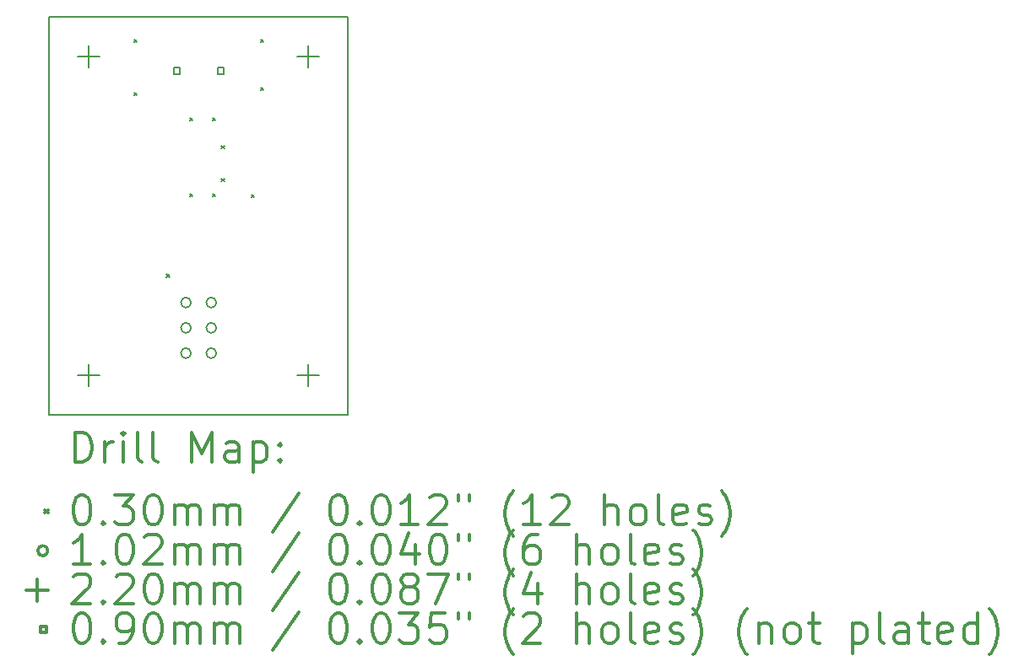
<source format=gbr>
%FSLAX45Y45*%
G04 Gerber Fmt 4.5, Leading zero omitted, Abs format (unit mm)*
G04 Created by KiCad (PCBNEW 4.0.6) date Sunday, July 09, 2017 'PMt' 08:53:30 PM*
%MOMM*%
%LPD*%
G01*
G04 APERTURE LIST*
%ADD10C,0.127000*%
%ADD11C,0.150000*%
%ADD12C,0.200000*%
%ADD13C,0.300000*%
G04 APERTURE END LIST*
D10*
D11*
X10575500Y-7796000D02*
X10575500Y-3796000D01*
X7575500Y-7796000D02*
X10575500Y-7796000D01*
X7575500Y-3796000D02*
X7575500Y-7796000D01*
X10575500Y-3796000D02*
X7575500Y-3796000D01*
D12*
X8430500Y-4023600D02*
X8460500Y-4053600D01*
X8460500Y-4023600D02*
X8430500Y-4053600D01*
X8430500Y-4557000D02*
X8460500Y-4587000D01*
X8460500Y-4557000D02*
X8430500Y-4587000D01*
X8760500Y-6381000D02*
X8790500Y-6411000D01*
X8790500Y-6381000D02*
X8760500Y-6411000D01*
X8989300Y-4811000D02*
X9019300Y-4841000D01*
X9019300Y-4811000D02*
X8989300Y-4841000D01*
X8989300Y-5573000D02*
X9019300Y-5603000D01*
X9019300Y-5573000D02*
X8989300Y-5603000D01*
X9217900Y-4811000D02*
X9247900Y-4841000D01*
X9247900Y-4811000D02*
X9217900Y-4841000D01*
X9217900Y-5573000D02*
X9247900Y-5603000D01*
X9247900Y-5573000D02*
X9217900Y-5603000D01*
X9306800Y-5090400D02*
X9336800Y-5120400D01*
X9336800Y-5090400D02*
X9306800Y-5120400D01*
X9306800Y-5420600D02*
X9336800Y-5450600D01*
X9336800Y-5420600D02*
X9306800Y-5450600D01*
X9610500Y-5581000D02*
X9640500Y-5611000D01*
X9640500Y-5581000D02*
X9610500Y-5611000D01*
X9700500Y-4023600D02*
X9730500Y-4053600D01*
X9730500Y-4023600D02*
X9700500Y-4053600D01*
X9700500Y-4506200D02*
X9730500Y-4536200D01*
X9730500Y-4506200D02*
X9700500Y-4536200D01*
X9004300Y-6667500D02*
G75*
G03X9004300Y-6667500I-50800J0D01*
G01*
X9004300Y-6921500D02*
G75*
G03X9004300Y-6921500I-50800J0D01*
G01*
X9004300Y-7175500D02*
G75*
G03X9004300Y-7175500I-50800J0D01*
G01*
X9258300Y-6667500D02*
G75*
G03X9258300Y-6667500I-50800J0D01*
G01*
X9258300Y-6921500D02*
G75*
G03X9258300Y-6921500I-50800J0D01*
G01*
X9258300Y-7175500D02*
G75*
G03X9258300Y-7175500I-50800J0D01*
G01*
X7975500Y-4086000D02*
X7975500Y-4306000D01*
X7865500Y-4196000D02*
X8085500Y-4196000D01*
X7975500Y-7286000D02*
X7975500Y-7506000D01*
X7865500Y-7396000D02*
X8085500Y-7396000D01*
X10175500Y-4086000D02*
X10175500Y-4306000D01*
X10065500Y-4196000D02*
X10285500Y-4196000D01*
X10175500Y-7286000D02*
X10175500Y-7506000D01*
X10065500Y-7396000D02*
X10285500Y-7396000D01*
X8892326Y-4371380D02*
X8892326Y-4307800D01*
X8828746Y-4307800D01*
X8828746Y-4371380D01*
X8892326Y-4371380D01*
X9332254Y-4371380D02*
X9332254Y-4307800D01*
X9268674Y-4307800D01*
X9268674Y-4371380D01*
X9332254Y-4371380D01*
D13*
X7839428Y-8269214D02*
X7839428Y-7969214D01*
X7910857Y-7969214D01*
X7953714Y-7983500D01*
X7982286Y-8012071D01*
X7996571Y-8040643D01*
X8010857Y-8097786D01*
X8010857Y-8140643D01*
X7996571Y-8197786D01*
X7982286Y-8226357D01*
X7953714Y-8254929D01*
X7910857Y-8269214D01*
X7839428Y-8269214D01*
X8139428Y-8269214D02*
X8139428Y-8069214D01*
X8139428Y-8126357D02*
X8153714Y-8097786D01*
X8168000Y-8083500D01*
X8196571Y-8069214D01*
X8225143Y-8069214D01*
X8325143Y-8269214D02*
X8325143Y-8069214D01*
X8325143Y-7969214D02*
X8310857Y-7983500D01*
X8325143Y-7997786D01*
X8339428Y-7983500D01*
X8325143Y-7969214D01*
X8325143Y-7997786D01*
X8510857Y-8269214D02*
X8482286Y-8254929D01*
X8468000Y-8226357D01*
X8468000Y-7969214D01*
X8668000Y-8269214D02*
X8639429Y-8254929D01*
X8625143Y-8226357D01*
X8625143Y-7969214D01*
X9010857Y-8269214D02*
X9010857Y-7969214D01*
X9110857Y-8183500D01*
X9210857Y-7969214D01*
X9210857Y-8269214D01*
X9482286Y-8269214D02*
X9482286Y-8112071D01*
X9468000Y-8083500D01*
X9439429Y-8069214D01*
X9382286Y-8069214D01*
X9353714Y-8083500D01*
X9482286Y-8254929D02*
X9453714Y-8269214D01*
X9382286Y-8269214D01*
X9353714Y-8254929D01*
X9339429Y-8226357D01*
X9339429Y-8197786D01*
X9353714Y-8169214D01*
X9382286Y-8154929D01*
X9453714Y-8154929D01*
X9482286Y-8140643D01*
X9625143Y-8069214D02*
X9625143Y-8369214D01*
X9625143Y-8083500D02*
X9653714Y-8069214D01*
X9710857Y-8069214D01*
X9739429Y-8083500D01*
X9753714Y-8097786D01*
X9768000Y-8126357D01*
X9768000Y-8212071D01*
X9753714Y-8240643D01*
X9739429Y-8254929D01*
X9710857Y-8269214D01*
X9653714Y-8269214D01*
X9625143Y-8254929D01*
X9896571Y-8240643D02*
X9910857Y-8254929D01*
X9896571Y-8269214D01*
X9882286Y-8254929D01*
X9896571Y-8240643D01*
X9896571Y-8269214D01*
X9896571Y-8083500D02*
X9910857Y-8097786D01*
X9896571Y-8112071D01*
X9882286Y-8097786D01*
X9896571Y-8083500D01*
X9896571Y-8112071D01*
X7538000Y-8748500D02*
X7568000Y-8778500D01*
X7568000Y-8748500D02*
X7538000Y-8778500D01*
X7896571Y-8599214D02*
X7925143Y-8599214D01*
X7953714Y-8613500D01*
X7968000Y-8627786D01*
X7982286Y-8656357D01*
X7996571Y-8713500D01*
X7996571Y-8784929D01*
X7982286Y-8842072D01*
X7968000Y-8870643D01*
X7953714Y-8884929D01*
X7925143Y-8899214D01*
X7896571Y-8899214D01*
X7868000Y-8884929D01*
X7853714Y-8870643D01*
X7839428Y-8842072D01*
X7825143Y-8784929D01*
X7825143Y-8713500D01*
X7839428Y-8656357D01*
X7853714Y-8627786D01*
X7868000Y-8613500D01*
X7896571Y-8599214D01*
X8125143Y-8870643D02*
X8139428Y-8884929D01*
X8125143Y-8899214D01*
X8110857Y-8884929D01*
X8125143Y-8870643D01*
X8125143Y-8899214D01*
X8239428Y-8599214D02*
X8425143Y-8599214D01*
X8325143Y-8713500D01*
X8368000Y-8713500D01*
X8396571Y-8727786D01*
X8410857Y-8742072D01*
X8425143Y-8770643D01*
X8425143Y-8842072D01*
X8410857Y-8870643D01*
X8396571Y-8884929D01*
X8368000Y-8899214D01*
X8282286Y-8899214D01*
X8253714Y-8884929D01*
X8239428Y-8870643D01*
X8610857Y-8599214D02*
X8639429Y-8599214D01*
X8668000Y-8613500D01*
X8682286Y-8627786D01*
X8696571Y-8656357D01*
X8710857Y-8713500D01*
X8710857Y-8784929D01*
X8696571Y-8842072D01*
X8682286Y-8870643D01*
X8668000Y-8884929D01*
X8639429Y-8899214D01*
X8610857Y-8899214D01*
X8582286Y-8884929D01*
X8568000Y-8870643D01*
X8553714Y-8842072D01*
X8539429Y-8784929D01*
X8539429Y-8713500D01*
X8553714Y-8656357D01*
X8568000Y-8627786D01*
X8582286Y-8613500D01*
X8610857Y-8599214D01*
X8839429Y-8899214D02*
X8839429Y-8699214D01*
X8839429Y-8727786D02*
X8853714Y-8713500D01*
X8882286Y-8699214D01*
X8925143Y-8699214D01*
X8953714Y-8713500D01*
X8968000Y-8742072D01*
X8968000Y-8899214D01*
X8968000Y-8742072D02*
X8982286Y-8713500D01*
X9010857Y-8699214D01*
X9053714Y-8699214D01*
X9082286Y-8713500D01*
X9096571Y-8742072D01*
X9096571Y-8899214D01*
X9239429Y-8899214D02*
X9239429Y-8699214D01*
X9239429Y-8727786D02*
X9253714Y-8713500D01*
X9282286Y-8699214D01*
X9325143Y-8699214D01*
X9353714Y-8713500D01*
X9368000Y-8742072D01*
X9368000Y-8899214D01*
X9368000Y-8742072D02*
X9382286Y-8713500D01*
X9410857Y-8699214D01*
X9453714Y-8699214D01*
X9482286Y-8713500D01*
X9496571Y-8742072D01*
X9496571Y-8899214D01*
X10082286Y-8584929D02*
X9825143Y-8970643D01*
X10468000Y-8599214D02*
X10496571Y-8599214D01*
X10525143Y-8613500D01*
X10539428Y-8627786D01*
X10553714Y-8656357D01*
X10568000Y-8713500D01*
X10568000Y-8784929D01*
X10553714Y-8842072D01*
X10539428Y-8870643D01*
X10525143Y-8884929D01*
X10496571Y-8899214D01*
X10468000Y-8899214D01*
X10439428Y-8884929D01*
X10425143Y-8870643D01*
X10410857Y-8842072D01*
X10396571Y-8784929D01*
X10396571Y-8713500D01*
X10410857Y-8656357D01*
X10425143Y-8627786D01*
X10439428Y-8613500D01*
X10468000Y-8599214D01*
X10696571Y-8870643D02*
X10710857Y-8884929D01*
X10696571Y-8899214D01*
X10682286Y-8884929D01*
X10696571Y-8870643D01*
X10696571Y-8899214D01*
X10896571Y-8599214D02*
X10925143Y-8599214D01*
X10953714Y-8613500D01*
X10968000Y-8627786D01*
X10982286Y-8656357D01*
X10996571Y-8713500D01*
X10996571Y-8784929D01*
X10982286Y-8842072D01*
X10968000Y-8870643D01*
X10953714Y-8884929D01*
X10925143Y-8899214D01*
X10896571Y-8899214D01*
X10868000Y-8884929D01*
X10853714Y-8870643D01*
X10839428Y-8842072D01*
X10825143Y-8784929D01*
X10825143Y-8713500D01*
X10839428Y-8656357D01*
X10853714Y-8627786D01*
X10868000Y-8613500D01*
X10896571Y-8599214D01*
X11282285Y-8899214D02*
X11110857Y-8899214D01*
X11196571Y-8899214D02*
X11196571Y-8599214D01*
X11168000Y-8642072D01*
X11139428Y-8670643D01*
X11110857Y-8684929D01*
X11396571Y-8627786D02*
X11410857Y-8613500D01*
X11439428Y-8599214D01*
X11510857Y-8599214D01*
X11539428Y-8613500D01*
X11553714Y-8627786D01*
X11568000Y-8656357D01*
X11568000Y-8684929D01*
X11553714Y-8727786D01*
X11382285Y-8899214D01*
X11568000Y-8899214D01*
X11682286Y-8599214D02*
X11682286Y-8656357D01*
X11796571Y-8599214D02*
X11796571Y-8656357D01*
X12239428Y-9013500D02*
X12225143Y-8999214D01*
X12196571Y-8956357D01*
X12182285Y-8927786D01*
X12168000Y-8884929D01*
X12153714Y-8813500D01*
X12153714Y-8756357D01*
X12168000Y-8684929D01*
X12182285Y-8642072D01*
X12196571Y-8613500D01*
X12225143Y-8570643D01*
X12239428Y-8556357D01*
X12510857Y-8899214D02*
X12339428Y-8899214D01*
X12425143Y-8899214D02*
X12425143Y-8599214D01*
X12396571Y-8642072D01*
X12368000Y-8670643D01*
X12339428Y-8684929D01*
X12625143Y-8627786D02*
X12639428Y-8613500D01*
X12668000Y-8599214D01*
X12739428Y-8599214D01*
X12768000Y-8613500D01*
X12782285Y-8627786D01*
X12796571Y-8656357D01*
X12796571Y-8684929D01*
X12782285Y-8727786D01*
X12610857Y-8899214D01*
X12796571Y-8899214D01*
X13153714Y-8899214D02*
X13153714Y-8599214D01*
X13282285Y-8899214D02*
X13282285Y-8742072D01*
X13268000Y-8713500D01*
X13239428Y-8699214D01*
X13196571Y-8699214D01*
X13168000Y-8713500D01*
X13153714Y-8727786D01*
X13468000Y-8899214D02*
X13439428Y-8884929D01*
X13425143Y-8870643D01*
X13410857Y-8842072D01*
X13410857Y-8756357D01*
X13425143Y-8727786D01*
X13439428Y-8713500D01*
X13468000Y-8699214D01*
X13510857Y-8699214D01*
X13539428Y-8713500D01*
X13553714Y-8727786D01*
X13568000Y-8756357D01*
X13568000Y-8842072D01*
X13553714Y-8870643D01*
X13539428Y-8884929D01*
X13510857Y-8899214D01*
X13468000Y-8899214D01*
X13739428Y-8899214D02*
X13710857Y-8884929D01*
X13696571Y-8856357D01*
X13696571Y-8599214D01*
X13968000Y-8884929D02*
X13939428Y-8899214D01*
X13882286Y-8899214D01*
X13853714Y-8884929D01*
X13839428Y-8856357D01*
X13839428Y-8742072D01*
X13853714Y-8713500D01*
X13882286Y-8699214D01*
X13939428Y-8699214D01*
X13968000Y-8713500D01*
X13982286Y-8742072D01*
X13982286Y-8770643D01*
X13839428Y-8799214D01*
X14096571Y-8884929D02*
X14125143Y-8899214D01*
X14182286Y-8899214D01*
X14210857Y-8884929D01*
X14225143Y-8856357D01*
X14225143Y-8842072D01*
X14210857Y-8813500D01*
X14182286Y-8799214D01*
X14139428Y-8799214D01*
X14110857Y-8784929D01*
X14096571Y-8756357D01*
X14096571Y-8742072D01*
X14110857Y-8713500D01*
X14139428Y-8699214D01*
X14182286Y-8699214D01*
X14210857Y-8713500D01*
X14325143Y-9013500D02*
X14339428Y-8999214D01*
X14368000Y-8956357D01*
X14382286Y-8927786D01*
X14396571Y-8884929D01*
X14410857Y-8813500D01*
X14410857Y-8756357D01*
X14396571Y-8684929D01*
X14382286Y-8642072D01*
X14368000Y-8613500D01*
X14339428Y-8570643D01*
X14325143Y-8556357D01*
X7568000Y-9159500D02*
G75*
G03X7568000Y-9159500I-50800J0D01*
G01*
X7996571Y-9295214D02*
X7825143Y-9295214D01*
X7910857Y-9295214D02*
X7910857Y-8995214D01*
X7882286Y-9038072D01*
X7853714Y-9066643D01*
X7825143Y-9080929D01*
X8125143Y-9266643D02*
X8139428Y-9280929D01*
X8125143Y-9295214D01*
X8110857Y-9280929D01*
X8125143Y-9266643D01*
X8125143Y-9295214D01*
X8325143Y-8995214D02*
X8353714Y-8995214D01*
X8382286Y-9009500D01*
X8396571Y-9023786D01*
X8410857Y-9052357D01*
X8425143Y-9109500D01*
X8425143Y-9180929D01*
X8410857Y-9238072D01*
X8396571Y-9266643D01*
X8382286Y-9280929D01*
X8353714Y-9295214D01*
X8325143Y-9295214D01*
X8296571Y-9280929D01*
X8282286Y-9266643D01*
X8268000Y-9238072D01*
X8253714Y-9180929D01*
X8253714Y-9109500D01*
X8268000Y-9052357D01*
X8282286Y-9023786D01*
X8296571Y-9009500D01*
X8325143Y-8995214D01*
X8539429Y-9023786D02*
X8553714Y-9009500D01*
X8582286Y-8995214D01*
X8653714Y-8995214D01*
X8682286Y-9009500D01*
X8696571Y-9023786D01*
X8710857Y-9052357D01*
X8710857Y-9080929D01*
X8696571Y-9123786D01*
X8525143Y-9295214D01*
X8710857Y-9295214D01*
X8839429Y-9295214D02*
X8839429Y-9095214D01*
X8839429Y-9123786D02*
X8853714Y-9109500D01*
X8882286Y-9095214D01*
X8925143Y-9095214D01*
X8953714Y-9109500D01*
X8968000Y-9138072D01*
X8968000Y-9295214D01*
X8968000Y-9138072D02*
X8982286Y-9109500D01*
X9010857Y-9095214D01*
X9053714Y-9095214D01*
X9082286Y-9109500D01*
X9096571Y-9138072D01*
X9096571Y-9295214D01*
X9239429Y-9295214D02*
X9239429Y-9095214D01*
X9239429Y-9123786D02*
X9253714Y-9109500D01*
X9282286Y-9095214D01*
X9325143Y-9095214D01*
X9353714Y-9109500D01*
X9368000Y-9138072D01*
X9368000Y-9295214D01*
X9368000Y-9138072D02*
X9382286Y-9109500D01*
X9410857Y-9095214D01*
X9453714Y-9095214D01*
X9482286Y-9109500D01*
X9496571Y-9138072D01*
X9496571Y-9295214D01*
X10082286Y-8980929D02*
X9825143Y-9366643D01*
X10468000Y-8995214D02*
X10496571Y-8995214D01*
X10525143Y-9009500D01*
X10539428Y-9023786D01*
X10553714Y-9052357D01*
X10568000Y-9109500D01*
X10568000Y-9180929D01*
X10553714Y-9238072D01*
X10539428Y-9266643D01*
X10525143Y-9280929D01*
X10496571Y-9295214D01*
X10468000Y-9295214D01*
X10439428Y-9280929D01*
X10425143Y-9266643D01*
X10410857Y-9238072D01*
X10396571Y-9180929D01*
X10396571Y-9109500D01*
X10410857Y-9052357D01*
X10425143Y-9023786D01*
X10439428Y-9009500D01*
X10468000Y-8995214D01*
X10696571Y-9266643D02*
X10710857Y-9280929D01*
X10696571Y-9295214D01*
X10682286Y-9280929D01*
X10696571Y-9266643D01*
X10696571Y-9295214D01*
X10896571Y-8995214D02*
X10925143Y-8995214D01*
X10953714Y-9009500D01*
X10968000Y-9023786D01*
X10982286Y-9052357D01*
X10996571Y-9109500D01*
X10996571Y-9180929D01*
X10982286Y-9238072D01*
X10968000Y-9266643D01*
X10953714Y-9280929D01*
X10925143Y-9295214D01*
X10896571Y-9295214D01*
X10868000Y-9280929D01*
X10853714Y-9266643D01*
X10839428Y-9238072D01*
X10825143Y-9180929D01*
X10825143Y-9109500D01*
X10839428Y-9052357D01*
X10853714Y-9023786D01*
X10868000Y-9009500D01*
X10896571Y-8995214D01*
X11253714Y-9095214D02*
X11253714Y-9295214D01*
X11182286Y-8980929D02*
X11110857Y-9195214D01*
X11296571Y-9195214D01*
X11468000Y-8995214D02*
X11496571Y-8995214D01*
X11525143Y-9009500D01*
X11539428Y-9023786D01*
X11553714Y-9052357D01*
X11568000Y-9109500D01*
X11568000Y-9180929D01*
X11553714Y-9238072D01*
X11539428Y-9266643D01*
X11525143Y-9280929D01*
X11496571Y-9295214D01*
X11468000Y-9295214D01*
X11439428Y-9280929D01*
X11425143Y-9266643D01*
X11410857Y-9238072D01*
X11396571Y-9180929D01*
X11396571Y-9109500D01*
X11410857Y-9052357D01*
X11425143Y-9023786D01*
X11439428Y-9009500D01*
X11468000Y-8995214D01*
X11682286Y-8995214D02*
X11682286Y-9052357D01*
X11796571Y-8995214D02*
X11796571Y-9052357D01*
X12239428Y-9409500D02*
X12225143Y-9395214D01*
X12196571Y-9352357D01*
X12182285Y-9323786D01*
X12168000Y-9280929D01*
X12153714Y-9209500D01*
X12153714Y-9152357D01*
X12168000Y-9080929D01*
X12182285Y-9038072D01*
X12196571Y-9009500D01*
X12225143Y-8966643D01*
X12239428Y-8952357D01*
X12482285Y-8995214D02*
X12425143Y-8995214D01*
X12396571Y-9009500D01*
X12382285Y-9023786D01*
X12353714Y-9066643D01*
X12339428Y-9123786D01*
X12339428Y-9238072D01*
X12353714Y-9266643D01*
X12368000Y-9280929D01*
X12396571Y-9295214D01*
X12453714Y-9295214D01*
X12482285Y-9280929D01*
X12496571Y-9266643D01*
X12510857Y-9238072D01*
X12510857Y-9166643D01*
X12496571Y-9138072D01*
X12482285Y-9123786D01*
X12453714Y-9109500D01*
X12396571Y-9109500D01*
X12368000Y-9123786D01*
X12353714Y-9138072D01*
X12339428Y-9166643D01*
X12868000Y-9295214D02*
X12868000Y-8995214D01*
X12996571Y-9295214D02*
X12996571Y-9138072D01*
X12982285Y-9109500D01*
X12953714Y-9095214D01*
X12910857Y-9095214D01*
X12882285Y-9109500D01*
X12868000Y-9123786D01*
X13182285Y-9295214D02*
X13153714Y-9280929D01*
X13139428Y-9266643D01*
X13125143Y-9238072D01*
X13125143Y-9152357D01*
X13139428Y-9123786D01*
X13153714Y-9109500D01*
X13182285Y-9095214D01*
X13225143Y-9095214D01*
X13253714Y-9109500D01*
X13268000Y-9123786D01*
X13282285Y-9152357D01*
X13282285Y-9238072D01*
X13268000Y-9266643D01*
X13253714Y-9280929D01*
X13225143Y-9295214D01*
X13182285Y-9295214D01*
X13453714Y-9295214D02*
X13425143Y-9280929D01*
X13410857Y-9252357D01*
X13410857Y-8995214D01*
X13682286Y-9280929D02*
X13653714Y-9295214D01*
X13596571Y-9295214D01*
X13568000Y-9280929D01*
X13553714Y-9252357D01*
X13553714Y-9138072D01*
X13568000Y-9109500D01*
X13596571Y-9095214D01*
X13653714Y-9095214D01*
X13682286Y-9109500D01*
X13696571Y-9138072D01*
X13696571Y-9166643D01*
X13553714Y-9195214D01*
X13810857Y-9280929D02*
X13839428Y-9295214D01*
X13896571Y-9295214D01*
X13925143Y-9280929D01*
X13939428Y-9252357D01*
X13939428Y-9238072D01*
X13925143Y-9209500D01*
X13896571Y-9195214D01*
X13853714Y-9195214D01*
X13825143Y-9180929D01*
X13810857Y-9152357D01*
X13810857Y-9138072D01*
X13825143Y-9109500D01*
X13853714Y-9095214D01*
X13896571Y-9095214D01*
X13925143Y-9109500D01*
X14039428Y-9409500D02*
X14053714Y-9395214D01*
X14082286Y-9352357D01*
X14096571Y-9323786D01*
X14110857Y-9280929D01*
X14125143Y-9209500D01*
X14125143Y-9152357D01*
X14110857Y-9080929D01*
X14096571Y-9038072D01*
X14082286Y-9009500D01*
X14053714Y-8966643D01*
X14039428Y-8952357D01*
X7458000Y-9445500D02*
X7458000Y-9665500D01*
X7348000Y-9555500D02*
X7568000Y-9555500D01*
X7825143Y-9419786D02*
X7839428Y-9405500D01*
X7868000Y-9391214D01*
X7939428Y-9391214D01*
X7968000Y-9405500D01*
X7982286Y-9419786D01*
X7996571Y-9448357D01*
X7996571Y-9476929D01*
X7982286Y-9519786D01*
X7810857Y-9691214D01*
X7996571Y-9691214D01*
X8125143Y-9662643D02*
X8139428Y-9676929D01*
X8125143Y-9691214D01*
X8110857Y-9676929D01*
X8125143Y-9662643D01*
X8125143Y-9691214D01*
X8253714Y-9419786D02*
X8268000Y-9405500D01*
X8296571Y-9391214D01*
X8368000Y-9391214D01*
X8396571Y-9405500D01*
X8410857Y-9419786D01*
X8425143Y-9448357D01*
X8425143Y-9476929D01*
X8410857Y-9519786D01*
X8239428Y-9691214D01*
X8425143Y-9691214D01*
X8610857Y-9391214D02*
X8639429Y-9391214D01*
X8668000Y-9405500D01*
X8682286Y-9419786D01*
X8696571Y-9448357D01*
X8710857Y-9505500D01*
X8710857Y-9576929D01*
X8696571Y-9634072D01*
X8682286Y-9662643D01*
X8668000Y-9676929D01*
X8639429Y-9691214D01*
X8610857Y-9691214D01*
X8582286Y-9676929D01*
X8568000Y-9662643D01*
X8553714Y-9634072D01*
X8539429Y-9576929D01*
X8539429Y-9505500D01*
X8553714Y-9448357D01*
X8568000Y-9419786D01*
X8582286Y-9405500D01*
X8610857Y-9391214D01*
X8839429Y-9691214D02*
X8839429Y-9491214D01*
X8839429Y-9519786D02*
X8853714Y-9505500D01*
X8882286Y-9491214D01*
X8925143Y-9491214D01*
X8953714Y-9505500D01*
X8968000Y-9534072D01*
X8968000Y-9691214D01*
X8968000Y-9534072D02*
X8982286Y-9505500D01*
X9010857Y-9491214D01*
X9053714Y-9491214D01*
X9082286Y-9505500D01*
X9096571Y-9534072D01*
X9096571Y-9691214D01*
X9239429Y-9691214D02*
X9239429Y-9491214D01*
X9239429Y-9519786D02*
X9253714Y-9505500D01*
X9282286Y-9491214D01*
X9325143Y-9491214D01*
X9353714Y-9505500D01*
X9368000Y-9534072D01*
X9368000Y-9691214D01*
X9368000Y-9534072D02*
X9382286Y-9505500D01*
X9410857Y-9491214D01*
X9453714Y-9491214D01*
X9482286Y-9505500D01*
X9496571Y-9534072D01*
X9496571Y-9691214D01*
X10082286Y-9376929D02*
X9825143Y-9762643D01*
X10468000Y-9391214D02*
X10496571Y-9391214D01*
X10525143Y-9405500D01*
X10539428Y-9419786D01*
X10553714Y-9448357D01*
X10568000Y-9505500D01*
X10568000Y-9576929D01*
X10553714Y-9634072D01*
X10539428Y-9662643D01*
X10525143Y-9676929D01*
X10496571Y-9691214D01*
X10468000Y-9691214D01*
X10439428Y-9676929D01*
X10425143Y-9662643D01*
X10410857Y-9634072D01*
X10396571Y-9576929D01*
X10396571Y-9505500D01*
X10410857Y-9448357D01*
X10425143Y-9419786D01*
X10439428Y-9405500D01*
X10468000Y-9391214D01*
X10696571Y-9662643D02*
X10710857Y-9676929D01*
X10696571Y-9691214D01*
X10682286Y-9676929D01*
X10696571Y-9662643D01*
X10696571Y-9691214D01*
X10896571Y-9391214D02*
X10925143Y-9391214D01*
X10953714Y-9405500D01*
X10968000Y-9419786D01*
X10982286Y-9448357D01*
X10996571Y-9505500D01*
X10996571Y-9576929D01*
X10982286Y-9634072D01*
X10968000Y-9662643D01*
X10953714Y-9676929D01*
X10925143Y-9691214D01*
X10896571Y-9691214D01*
X10868000Y-9676929D01*
X10853714Y-9662643D01*
X10839428Y-9634072D01*
X10825143Y-9576929D01*
X10825143Y-9505500D01*
X10839428Y-9448357D01*
X10853714Y-9419786D01*
X10868000Y-9405500D01*
X10896571Y-9391214D01*
X11168000Y-9519786D02*
X11139428Y-9505500D01*
X11125143Y-9491214D01*
X11110857Y-9462643D01*
X11110857Y-9448357D01*
X11125143Y-9419786D01*
X11139428Y-9405500D01*
X11168000Y-9391214D01*
X11225143Y-9391214D01*
X11253714Y-9405500D01*
X11268000Y-9419786D01*
X11282285Y-9448357D01*
X11282285Y-9462643D01*
X11268000Y-9491214D01*
X11253714Y-9505500D01*
X11225143Y-9519786D01*
X11168000Y-9519786D01*
X11139428Y-9534072D01*
X11125143Y-9548357D01*
X11110857Y-9576929D01*
X11110857Y-9634072D01*
X11125143Y-9662643D01*
X11139428Y-9676929D01*
X11168000Y-9691214D01*
X11225143Y-9691214D01*
X11253714Y-9676929D01*
X11268000Y-9662643D01*
X11282285Y-9634072D01*
X11282285Y-9576929D01*
X11268000Y-9548357D01*
X11253714Y-9534072D01*
X11225143Y-9519786D01*
X11382285Y-9391214D02*
X11582285Y-9391214D01*
X11453714Y-9691214D01*
X11682286Y-9391214D02*
X11682286Y-9448357D01*
X11796571Y-9391214D02*
X11796571Y-9448357D01*
X12239428Y-9805500D02*
X12225143Y-9791214D01*
X12196571Y-9748357D01*
X12182285Y-9719786D01*
X12168000Y-9676929D01*
X12153714Y-9605500D01*
X12153714Y-9548357D01*
X12168000Y-9476929D01*
X12182285Y-9434072D01*
X12196571Y-9405500D01*
X12225143Y-9362643D01*
X12239428Y-9348357D01*
X12482285Y-9491214D02*
X12482285Y-9691214D01*
X12410857Y-9376929D02*
X12339428Y-9591214D01*
X12525143Y-9591214D01*
X12868000Y-9691214D02*
X12868000Y-9391214D01*
X12996571Y-9691214D02*
X12996571Y-9534072D01*
X12982285Y-9505500D01*
X12953714Y-9491214D01*
X12910857Y-9491214D01*
X12882285Y-9505500D01*
X12868000Y-9519786D01*
X13182285Y-9691214D02*
X13153714Y-9676929D01*
X13139428Y-9662643D01*
X13125143Y-9634072D01*
X13125143Y-9548357D01*
X13139428Y-9519786D01*
X13153714Y-9505500D01*
X13182285Y-9491214D01*
X13225143Y-9491214D01*
X13253714Y-9505500D01*
X13268000Y-9519786D01*
X13282285Y-9548357D01*
X13282285Y-9634072D01*
X13268000Y-9662643D01*
X13253714Y-9676929D01*
X13225143Y-9691214D01*
X13182285Y-9691214D01*
X13453714Y-9691214D02*
X13425143Y-9676929D01*
X13410857Y-9648357D01*
X13410857Y-9391214D01*
X13682286Y-9676929D02*
X13653714Y-9691214D01*
X13596571Y-9691214D01*
X13568000Y-9676929D01*
X13553714Y-9648357D01*
X13553714Y-9534072D01*
X13568000Y-9505500D01*
X13596571Y-9491214D01*
X13653714Y-9491214D01*
X13682286Y-9505500D01*
X13696571Y-9534072D01*
X13696571Y-9562643D01*
X13553714Y-9591214D01*
X13810857Y-9676929D02*
X13839428Y-9691214D01*
X13896571Y-9691214D01*
X13925143Y-9676929D01*
X13939428Y-9648357D01*
X13939428Y-9634072D01*
X13925143Y-9605500D01*
X13896571Y-9591214D01*
X13853714Y-9591214D01*
X13825143Y-9576929D01*
X13810857Y-9548357D01*
X13810857Y-9534072D01*
X13825143Y-9505500D01*
X13853714Y-9491214D01*
X13896571Y-9491214D01*
X13925143Y-9505500D01*
X14039428Y-9805500D02*
X14053714Y-9791214D01*
X14082286Y-9748357D01*
X14096571Y-9719786D01*
X14110857Y-9676929D01*
X14125143Y-9605500D01*
X14125143Y-9548357D01*
X14110857Y-9476929D01*
X14096571Y-9434072D01*
X14082286Y-9405500D01*
X14053714Y-9362643D01*
X14039428Y-9348357D01*
X7554832Y-9983291D02*
X7554832Y-9919710D01*
X7491251Y-9919710D01*
X7491251Y-9983291D01*
X7554832Y-9983291D01*
X7896571Y-9787214D02*
X7925143Y-9787214D01*
X7953714Y-9801500D01*
X7968000Y-9815786D01*
X7982286Y-9844357D01*
X7996571Y-9901500D01*
X7996571Y-9972929D01*
X7982286Y-10030072D01*
X7968000Y-10058643D01*
X7953714Y-10072929D01*
X7925143Y-10087214D01*
X7896571Y-10087214D01*
X7868000Y-10072929D01*
X7853714Y-10058643D01*
X7839428Y-10030072D01*
X7825143Y-9972929D01*
X7825143Y-9901500D01*
X7839428Y-9844357D01*
X7853714Y-9815786D01*
X7868000Y-9801500D01*
X7896571Y-9787214D01*
X8125143Y-10058643D02*
X8139428Y-10072929D01*
X8125143Y-10087214D01*
X8110857Y-10072929D01*
X8125143Y-10058643D01*
X8125143Y-10087214D01*
X8282286Y-10087214D02*
X8339428Y-10087214D01*
X8368000Y-10072929D01*
X8382286Y-10058643D01*
X8410857Y-10015786D01*
X8425143Y-9958643D01*
X8425143Y-9844357D01*
X8410857Y-9815786D01*
X8396571Y-9801500D01*
X8368000Y-9787214D01*
X8310857Y-9787214D01*
X8282286Y-9801500D01*
X8268000Y-9815786D01*
X8253714Y-9844357D01*
X8253714Y-9915786D01*
X8268000Y-9944357D01*
X8282286Y-9958643D01*
X8310857Y-9972929D01*
X8368000Y-9972929D01*
X8396571Y-9958643D01*
X8410857Y-9944357D01*
X8425143Y-9915786D01*
X8610857Y-9787214D02*
X8639429Y-9787214D01*
X8668000Y-9801500D01*
X8682286Y-9815786D01*
X8696571Y-9844357D01*
X8710857Y-9901500D01*
X8710857Y-9972929D01*
X8696571Y-10030072D01*
X8682286Y-10058643D01*
X8668000Y-10072929D01*
X8639429Y-10087214D01*
X8610857Y-10087214D01*
X8582286Y-10072929D01*
X8568000Y-10058643D01*
X8553714Y-10030072D01*
X8539429Y-9972929D01*
X8539429Y-9901500D01*
X8553714Y-9844357D01*
X8568000Y-9815786D01*
X8582286Y-9801500D01*
X8610857Y-9787214D01*
X8839429Y-10087214D02*
X8839429Y-9887214D01*
X8839429Y-9915786D02*
X8853714Y-9901500D01*
X8882286Y-9887214D01*
X8925143Y-9887214D01*
X8953714Y-9901500D01*
X8968000Y-9930072D01*
X8968000Y-10087214D01*
X8968000Y-9930072D02*
X8982286Y-9901500D01*
X9010857Y-9887214D01*
X9053714Y-9887214D01*
X9082286Y-9901500D01*
X9096571Y-9930072D01*
X9096571Y-10087214D01*
X9239429Y-10087214D02*
X9239429Y-9887214D01*
X9239429Y-9915786D02*
X9253714Y-9901500D01*
X9282286Y-9887214D01*
X9325143Y-9887214D01*
X9353714Y-9901500D01*
X9368000Y-9930072D01*
X9368000Y-10087214D01*
X9368000Y-9930072D02*
X9382286Y-9901500D01*
X9410857Y-9887214D01*
X9453714Y-9887214D01*
X9482286Y-9901500D01*
X9496571Y-9930072D01*
X9496571Y-10087214D01*
X10082286Y-9772929D02*
X9825143Y-10158643D01*
X10468000Y-9787214D02*
X10496571Y-9787214D01*
X10525143Y-9801500D01*
X10539428Y-9815786D01*
X10553714Y-9844357D01*
X10568000Y-9901500D01*
X10568000Y-9972929D01*
X10553714Y-10030072D01*
X10539428Y-10058643D01*
X10525143Y-10072929D01*
X10496571Y-10087214D01*
X10468000Y-10087214D01*
X10439428Y-10072929D01*
X10425143Y-10058643D01*
X10410857Y-10030072D01*
X10396571Y-9972929D01*
X10396571Y-9901500D01*
X10410857Y-9844357D01*
X10425143Y-9815786D01*
X10439428Y-9801500D01*
X10468000Y-9787214D01*
X10696571Y-10058643D02*
X10710857Y-10072929D01*
X10696571Y-10087214D01*
X10682286Y-10072929D01*
X10696571Y-10058643D01*
X10696571Y-10087214D01*
X10896571Y-9787214D02*
X10925143Y-9787214D01*
X10953714Y-9801500D01*
X10968000Y-9815786D01*
X10982286Y-9844357D01*
X10996571Y-9901500D01*
X10996571Y-9972929D01*
X10982286Y-10030072D01*
X10968000Y-10058643D01*
X10953714Y-10072929D01*
X10925143Y-10087214D01*
X10896571Y-10087214D01*
X10868000Y-10072929D01*
X10853714Y-10058643D01*
X10839428Y-10030072D01*
X10825143Y-9972929D01*
X10825143Y-9901500D01*
X10839428Y-9844357D01*
X10853714Y-9815786D01*
X10868000Y-9801500D01*
X10896571Y-9787214D01*
X11096571Y-9787214D02*
X11282285Y-9787214D01*
X11182286Y-9901500D01*
X11225143Y-9901500D01*
X11253714Y-9915786D01*
X11268000Y-9930072D01*
X11282285Y-9958643D01*
X11282285Y-10030072D01*
X11268000Y-10058643D01*
X11253714Y-10072929D01*
X11225143Y-10087214D01*
X11139428Y-10087214D01*
X11110857Y-10072929D01*
X11096571Y-10058643D01*
X11553714Y-9787214D02*
X11410857Y-9787214D01*
X11396571Y-9930072D01*
X11410857Y-9915786D01*
X11439428Y-9901500D01*
X11510857Y-9901500D01*
X11539428Y-9915786D01*
X11553714Y-9930072D01*
X11568000Y-9958643D01*
X11568000Y-10030072D01*
X11553714Y-10058643D01*
X11539428Y-10072929D01*
X11510857Y-10087214D01*
X11439428Y-10087214D01*
X11410857Y-10072929D01*
X11396571Y-10058643D01*
X11682286Y-9787214D02*
X11682286Y-9844357D01*
X11796571Y-9787214D02*
X11796571Y-9844357D01*
X12239428Y-10201500D02*
X12225143Y-10187214D01*
X12196571Y-10144357D01*
X12182285Y-10115786D01*
X12168000Y-10072929D01*
X12153714Y-10001500D01*
X12153714Y-9944357D01*
X12168000Y-9872929D01*
X12182285Y-9830072D01*
X12196571Y-9801500D01*
X12225143Y-9758643D01*
X12239428Y-9744357D01*
X12339428Y-9815786D02*
X12353714Y-9801500D01*
X12382285Y-9787214D01*
X12453714Y-9787214D01*
X12482285Y-9801500D01*
X12496571Y-9815786D01*
X12510857Y-9844357D01*
X12510857Y-9872929D01*
X12496571Y-9915786D01*
X12325143Y-10087214D01*
X12510857Y-10087214D01*
X12868000Y-10087214D02*
X12868000Y-9787214D01*
X12996571Y-10087214D02*
X12996571Y-9930072D01*
X12982285Y-9901500D01*
X12953714Y-9887214D01*
X12910857Y-9887214D01*
X12882285Y-9901500D01*
X12868000Y-9915786D01*
X13182285Y-10087214D02*
X13153714Y-10072929D01*
X13139428Y-10058643D01*
X13125143Y-10030072D01*
X13125143Y-9944357D01*
X13139428Y-9915786D01*
X13153714Y-9901500D01*
X13182285Y-9887214D01*
X13225143Y-9887214D01*
X13253714Y-9901500D01*
X13268000Y-9915786D01*
X13282285Y-9944357D01*
X13282285Y-10030072D01*
X13268000Y-10058643D01*
X13253714Y-10072929D01*
X13225143Y-10087214D01*
X13182285Y-10087214D01*
X13453714Y-10087214D02*
X13425143Y-10072929D01*
X13410857Y-10044357D01*
X13410857Y-9787214D01*
X13682286Y-10072929D02*
X13653714Y-10087214D01*
X13596571Y-10087214D01*
X13568000Y-10072929D01*
X13553714Y-10044357D01*
X13553714Y-9930072D01*
X13568000Y-9901500D01*
X13596571Y-9887214D01*
X13653714Y-9887214D01*
X13682286Y-9901500D01*
X13696571Y-9930072D01*
X13696571Y-9958643D01*
X13553714Y-9987214D01*
X13810857Y-10072929D02*
X13839428Y-10087214D01*
X13896571Y-10087214D01*
X13925143Y-10072929D01*
X13939428Y-10044357D01*
X13939428Y-10030072D01*
X13925143Y-10001500D01*
X13896571Y-9987214D01*
X13853714Y-9987214D01*
X13825143Y-9972929D01*
X13810857Y-9944357D01*
X13810857Y-9930072D01*
X13825143Y-9901500D01*
X13853714Y-9887214D01*
X13896571Y-9887214D01*
X13925143Y-9901500D01*
X14039428Y-10201500D02*
X14053714Y-10187214D01*
X14082286Y-10144357D01*
X14096571Y-10115786D01*
X14110857Y-10072929D01*
X14125143Y-10001500D01*
X14125143Y-9944357D01*
X14110857Y-9872929D01*
X14096571Y-9830072D01*
X14082286Y-9801500D01*
X14053714Y-9758643D01*
X14039428Y-9744357D01*
X14582286Y-10201500D02*
X14568000Y-10187214D01*
X14539428Y-10144357D01*
X14525143Y-10115786D01*
X14510857Y-10072929D01*
X14496571Y-10001500D01*
X14496571Y-9944357D01*
X14510857Y-9872929D01*
X14525143Y-9830072D01*
X14539428Y-9801500D01*
X14568000Y-9758643D01*
X14582286Y-9744357D01*
X14696571Y-9887214D02*
X14696571Y-10087214D01*
X14696571Y-9915786D02*
X14710857Y-9901500D01*
X14739428Y-9887214D01*
X14782286Y-9887214D01*
X14810857Y-9901500D01*
X14825143Y-9930072D01*
X14825143Y-10087214D01*
X15010857Y-10087214D02*
X14982286Y-10072929D01*
X14968000Y-10058643D01*
X14953714Y-10030072D01*
X14953714Y-9944357D01*
X14968000Y-9915786D01*
X14982286Y-9901500D01*
X15010857Y-9887214D01*
X15053714Y-9887214D01*
X15082286Y-9901500D01*
X15096571Y-9915786D01*
X15110857Y-9944357D01*
X15110857Y-10030072D01*
X15096571Y-10058643D01*
X15082286Y-10072929D01*
X15053714Y-10087214D01*
X15010857Y-10087214D01*
X15196571Y-9887214D02*
X15310857Y-9887214D01*
X15239428Y-9787214D02*
X15239428Y-10044357D01*
X15253714Y-10072929D01*
X15282286Y-10087214D01*
X15310857Y-10087214D01*
X15639428Y-9887214D02*
X15639428Y-10187214D01*
X15639428Y-9901500D02*
X15668000Y-9887214D01*
X15725143Y-9887214D01*
X15753714Y-9901500D01*
X15768000Y-9915786D01*
X15782286Y-9944357D01*
X15782286Y-10030072D01*
X15768000Y-10058643D01*
X15753714Y-10072929D01*
X15725143Y-10087214D01*
X15668000Y-10087214D01*
X15639428Y-10072929D01*
X15953714Y-10087214D02*
X15925143Y-10072929D01*
X15910857Y-10044357D01*
X15910857Y-9787214D01*
X16196571Y-10087214D02*
X16196571Y-9930072D01*
X16182286Y-9901500D01*
X16153714Y-9887214D01*
X16096571Y-9887214D01*
X16068000Y-9901500D01*
X16196571Y-10072929D02*
X16168000Y-10087214D01*
X16096571Y-10087214D01*
X16068000Y-10072929D01*
X16053714Y-10044357D01*
X16053714Y-10015786D01*
X16068000Y-9987214D01*
X16096571Y-9972929D01*
X16168000Y-9972929D01*
X16196571Y-9958643D01*
X16296571Y-9887214D02*
X16410857Y-9887214D01*
X16339429Y-9787214D02*
X16339429Y-10044357D01*
X16353714Y-10072929D01*
X16382286Y-10087214D01*
X16410857Y-10087214D01*
X16625143Y-10072929D02*
X16596571Y-10087214D01*
X16539429Y-10087214D01*
X16510857Y-10072929D01*
X16496571Y-10044357D01*
X16496571Y-9930072D01*
X16510857Y-9901500D01*
X16539429Y-9887214D01*
X16596571Y-9887214D01*
X16625143Y-9901500D01*
X16639429Y-9930072D01*
X16639429Y-9958643D01*
X16496571Y-9987214D01*
X16896572Y-10087214D02*
X16896572Y-9787214D01*
X16896572Y-10072929D02*
X16868000Y-10087214D01*
X16810857Y-10087214D01*
X16782286Y-10072929D01*
X16768000Y-10058643D01*
X16753714Y-10030072D01*
X16753714Y-9944357D01*
X16768000Y-9915786D01*
X16782286Y-9901500D01*
X16810857Y-9887214D01*
X16868000Y-9887214D01*
X16896572Y-9901500D01*
X17010857Y-10201500D02*
X17025143Y-10187214D01*
X17053714Y-10144357D01*
X17068000Y-10115786D01*
X17082286Y-10072929D01*
X17096572Y-10001500D01*
X17096572Y-9944357D01*
X17082286Y-9872929D01*
X17068000Y-9830072D01*
X17053714Y-9801500D01*
X17025143Y-9758643D01*
X17010857Y-9744357D01*
M02*

</source>
